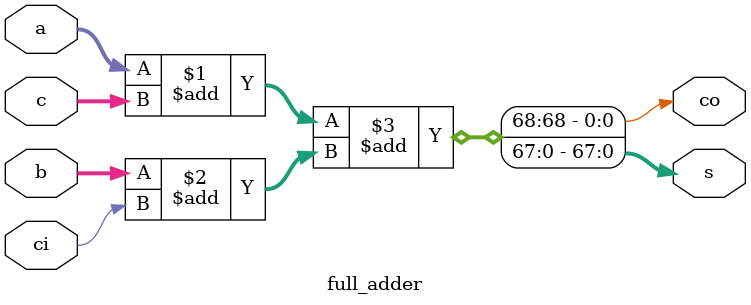
<source format=v>

module full_adder
#(
    parameter   LENGTH  =   32       //位宽参数
)(
    input   wire    [LENGTH*2+3:0]  a   ,   //加数 a
    input   wire    [LENGTH*2+3:0]  b   ,   //加数 b
    input   wire    [LENGTH*2+3:0]  c   ,   //加数 c
    input   wire                    ci  ,   //进位输入
                                         
    output  wire    [LENGTH*2+3:0]  s   ,   //和
    output  wire                    co      //进位输出
);                                          

    assign {co, s}  = (a + c) + (b + ci)    ;   //行为级建模
    
endmodule


</source>
